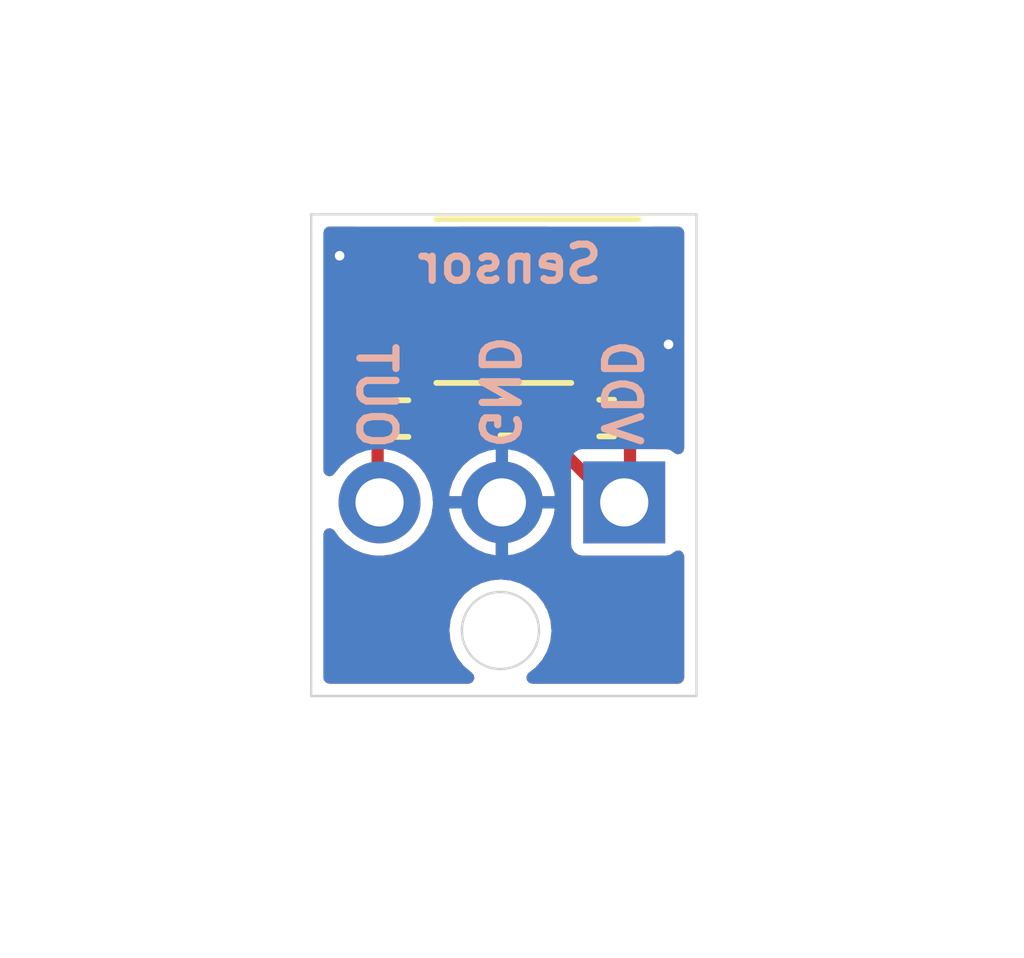
<source format=kicad_pcb>
(kicad_pcb (version 20211014) (generator pcbnew)
  (layers (0 "F.Cu" signal) (31 "B.Cu" signal) (34 "B.Paste" user) (35 "F.Paste" user) (36 "B.SilkS" user "B.Silkscreen") (37 "F.SilkS" user "F.Silkscreen") (38 "B.Mask" user) (39 "F.Mask" user) (44 "Edge.Cuts" user))
  (net 0 "")
  (net 1 "+3V3")
  (net 2 "GND")
  (net 3 "Net-(C1-Pad2)")
  (net 4 "OUT")
  (net 5 "Net-(R1-Pad1)")
  (footprint "Capacitor_SMD:C_0402_1005Metric" (layer "F.Cu") (at 95.94 67.22 180)
    (fp_text reference "C1" hide)
    (fp_text value "10nF")
    (fp_line (start -0.107836 -0.36) (end 0.107836 -0.36) (layer "F.SilkS") (width 0.12))
    (fp_line (start -0.107836 0.36) (end 0.107836 0.36) (layer "F.SilkS") (width 0.12))
    (pad "1" smd roundrect (at -0.48 0 180) (size 0.56 0.62) (layers "F.Cu" "F.Paste" "F.Mask") (net 1 "+3V3"))
    (pad "2" smd roundrect (at 0.48 0 180) (size 0.56 0.62) (layers "F.Cu" "F.Paste" "F.Mask") (net 3 "Net-(C1-Pad2)"))
  )
  (footprint "Resistor_SMD:R_0402_1005Metric" (layer "F.Cu") (at 93.765 67.23)
    (fp_text reference "R2" hide)
    (fp_text value "220R")
    (fp_line (start -0.153641 -0.38) (end 0.153641 -0.38) (layer "F.SilkS") (width 0.12))
    (fp_line (start -0.153641 0.38) (end 0.153641 0.38) (layer "F.SilkS") (width 0.12))
    (pad "1" smd roundrect (at -0.51 0) (size 0.54 0.64) (layers "F.Cu" "F.Paste" "F.Mask") (net 4 "OUT"))
    (pad "2" smd roundrect (at 0.51 0) (size 0.54 0.64) (layers "F.Cu" "F.Paste" "F.Mask") (net 3 "Net-(C1-Pad2)"))
  )
  (footprint "OptoDevice:OnSemi_CASE100CY" (layer "F.Cu") (at 95.9 64.79 -90)
    (fp_text reference "U1" hide)
    (fp_text value "QRE1113")
    (fp_line (start 1.7 1.4) (end 1.7 -1.4) (layer "F.SilkS") (width 0.12))
    (fp_line (start -1.7 1.4) (end -1.7 -2.8) (layer "F.SilkS") (width 0.12))
    (pad "1" smd roundrect (at -0.9 -2 270) (size 0.79 1.66) (layers "F.Cu" "F.Paste" "F.Mask") (net 5 "Net-(R1-Pad1)"))
    (pad "2" smd roundrect (at -0.9 2 270) (size 0.79 1.66) (layers "F.Cu" "F.Paste" "F.Mask") (net 2 "GND"))
    (pad "3" smd roundrect (at 0.9 2 270) (size 0.79 1.66) (layers "F.Cu" "F.Paste" "F.Mask") (net 3 "Net-(C1-Pad2)"))
    (pad "4" smd roundrect (at 0.9 -2 270) (size 0.79 1.66) (layers "F.Cu" "F.Paste" "F.Mask") (net 2 "GND"))
  )
  (footprint "Resistor_SMD:R_0402_1005Metric" (layer "F.Cu") (at 98.035 67.22)
    (fp_text reference "R1" hide)
    (fp_text value "100R")
    (fp_line (start -0.153641 -0.38) (end 0.153641 -0.38) (layer "F.SilkS") (width 0.12))
    (fp_line (start -0.153641 0.38) (end 0.153641 0.38) (layer "F.SilkS") (width 0.12))
    (pad "1" smd roundrect (at -0.51 0) (size 0.54 0.64) (layers "F.Cu" "F.Paste" "F.Mask") (net 5 "Net-(R1-Pad1)"))
    (pad "2" smd roundrect (at 0.51 0) (size 0.54 0.64) (layers "F.Cu" "F.Paste" "F.Mask") (net 1 "+3V3"))
  )
  (footprint "Connector_PinSocket_2.54mm:PinSocket_1x03_P2.54mm_Vertical" (layer "B.Cu") (at 98.4 68.97 90)
    (fp_text reference "J2" hide)
    (fp_text value "Connector")
    (pad "1" thru_hole rect locked (at 0 0 90) (size 1.7 1.7) (drill 1) (layers *.Cu *.Mask) (net 1 "+3V3"))
    (pad "2" thru_hole oval locked (at 0 -2.54 90) (size 1.7 1.7) (drill 1) (layers *.Cu *.Mask) (net 2 "GND"))
    (pad "3" thru_hole oval locked (at 0 -5.08 90) (size 1.7 1.7) (drill 1) (layers *.Cu *.Mask) (net 4 "OUT"))
  )
  (gr_circle (center 95.83 71.63) (end 96.63 71.63) (layer "Edge.Cuts") (width 0.05) (fill none))
  (gr_line (start 99.9 72.99) (end 99.9 62.99) (layer "Edge.Cuts") (width 0.05))
  (gr_line (start 99.9 72.99) (end 91.9 72.99) (layer "Edge.Cuts") (width 0.05))
  (gr_line (start 91.9 62.99) (end 99.9 62.99) (layer "Edge.Cuts") (width 0.05))
  (gr_line (start 91.9 72.99) (end 91.9 62.99) (layer "Edge.Cuts") (width 0.05))
  (gr_text "Sensor" (at 96.02 64.02) (layer "B.SilkS") (effects (font (size 0.75 0.75)) (justify mirror)))
  (gr_text "GND" (at 95.79 66.68 270) (layer "B.SilkS") (effects (font (size 0.75 0.75)) (justify mirror)))
  (gr_text "OUT" (at 93.25 66.76 270) (layer "B.SilkS") (effects (font (size 0.75 0.75)) (justify mirror)))
  (gr_text "VDD" (at 98.33 66.69 270) (layer "B.SilkS") (effects (font (size 0.75 0.75)) (justify mirror)))
  (segment (start 98.4 68.97) (end 98.175 68.97) (width 0.254) (layer "F.Cu") (net 1))
  (segment (start 98.52 68.85) (end 98.4 68.97) (width 0.254) (layer "F.Cu") (net 1))
  (segment (start 98.52 67.22) (end 98.52 68.85) (width 0.254) (layer "F.Cu") (net 1))
  (segment (start 98.175 68.97) (end 96.425 67.22) (width 0.254) (layer "F.Cu") (net 1))
  (via (at 92.49 63.85) (size 0.45) (drill 0.2) (layers "F.Cu" "B.Cu") (net 2))
  (via (at 99.32 65.69) (size 0.45) (drill 0.2) (layers "F.Cu" "B.Cu") (net 2))
  (segment (start 94.25 67.23) (end 95.445 67.23) (width 0.254) (layer "F.Cu") (net 3))
  (segment (start 94.25 66.04) (end 93.9 65.69) (width 0.254) (layer "F.Cu") (net 3))
  (segment (start 95.445 67.23) (end 95.455 67.22) (width 0.254) (layer "F.Cu") (net 3))
  (segment (start 94.25 67.23) (end 94.25 66.04) (width 0.254) (layer "F.Cu") (net 3))
  (segment (start 93.28 67.23) (end 93.28 68.93) (width 0.254) (layer "F.Cu") (net 4))
  (segment (start 93.28 68.93) (end 93.32 68.97) (width 0.254) (layer "F.Cu") (net 4))
  (segment (start 97.55 67.22) (end 97.55 67.12) (width 0.254) (layer "F.Cu") (net 5))
  (segment (start 96.7 66.27) (end 96.7 64.68) (width 0.254) (layer "F.Cu") (net 5))
  (segment (start 96.7 64.68) (end 97.49 63.89) (width 0.254) (layer "F.Cu") (net 5))
  (segment (start 97.49 63.89) (end 97.9 63.89) (width 0.254) (layer "F.Cu") (net 5))
  (segment (start 97.55 67.12) (end 96.7 66.27) (width 0.254) (layer "F.Cu") (net 5))
  (zone (net 2) (net_name "GND") (layer "F.Cu") (connect_pads (clearance 0.254)) (min_thickness 0.254) (fill yes (thermal_gap 0.254) (thermal_bridge_width 0.255))
    (polygon (pts (xy 106.7 78.43) (xy 85.44 78.43) (xy 85.44 58.56) (xy 106.7 58.56)))
  )
  (zone (net 2) (net_name "GND") (layer "B.Cu") (connect_pads (clearance 0.254)) (min_thickness 0.254) (fill yes (thermal_gap 0.254) (thermal_bridge_width 0.255))
    (polygon (pts (xy 106.7 78.41) (xy 85.44 78.41) (xy 85.44 58.54) (xy 106.7 58.54)))
  )
)
</source>
